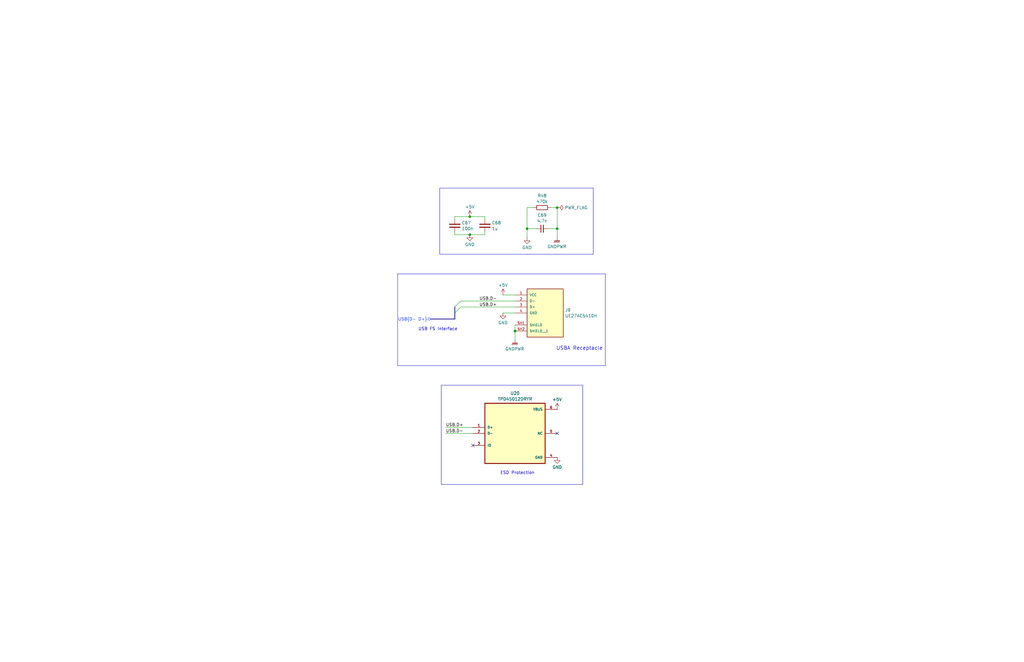
<source format=kicad_sch>
(kicad_sch (version 20231120) (generator "eeschema") (generator_version "8.0")
  (paper "B")
  (title_block (title "Camera Testing Board") (date "2024-10-19") (rev "1") (comment 1 "E. Eidt"))
  (lib_symbols
    (symbol "Device:C_Small" (pin_numbers hide) (pin_names (offset 0.254) hide)
      (property "Reference" "C" (at 0.254 1.778 0))
      (property "Value" "C_Small" (at 0.254 -2.032 0))
      (symbol "C_Small_0_1"
        (polyline (pts (xy -1.524 -0.508) (xy 1.524 -0.508)) (stroke (width 0.3302)))
        (polyline (pts (xy -1.524 0.508) (xy 1.524 0.508)) (stroke (width 0.3048)))
      )
      (symbol "C_Small_1_1"
        (pin passive line (at 0 2.54 270) (length 2.032) (name "~") (number "1"))
        (pin passive line (at 0 -2.54 90) (length 2.032) (name "~") (number "2"))
      )
    )
    (symbol "PCM_SL_Capacitors:104_Ceramic"
      (property "Reference" "C" (at 0 6.35 0))
      (property "Value" "104_Ceramic" (at 0 3.81 0))
      (symbol "104_Ceramic_0_1"
        (rectangle (start -0.762 2.286) (end -0.508 -2.286) (fill (type outline)))
        (rectangle (start 0.508 2.286) (end 0.762 -2.286) (fill (type outline)))
      )
      (symbol "104_Ceramic_1_1"
        (pin passive line (at -2.54 0 0) (length 2) (name "~") (number "1"))
        (pin input line (at 2.54 0 180) (length 2) (name "~") (number "2"))
      )
    )
    (symbol "PCM_SL_Devices:Capacitor_NP"
      (property "Reference" "C" (at 0 6.35 0))
      (property "Value" "Capacitor_NP" (at 0 3.81 0))
      (symbol "Capacitor_NP_0_1"
        (rectangle (start -0.762 2.286) (end -0.508 -2.286) (fill (type outline)))
        (rectangle (start 0.508 2.286) (end 0.762 -2.286) (fill (type outline)))
      )
      (symbol "Capacitor_NP_1_1"
        (pin passive line (at -2.54 0 0) (length 2) (name "~") (number "1"))
        (pin input line (at 2.54 0 180) (length 2) (name "~") (number "2"))
      )
    )
    (symbol "PCM_SL_Resistors:470k"
      (property "Reference" "R" (at 0 5.08 0))
      (property "Value" "470k" (at 0 2.54 0))
      (symbol "470k_0_1"
        (rectangle (start -2.286 0.889) (end 2.286 -0.889) (stroke (width 0.24)))
      )
      (symbol "470k_1_1"
        (pin passive line (at -3.81 0 0) (length 1.5) (name "") (number "1"))
        (pin passive line (at 3.81 0 180) (length 1.5) (name "~") (number "2"))
      )
    )
    (symbol "TPD4S012DRYR:TPD4S012DRYR" (pin_names (offset 1.016))
      (property "Reference" "U" (at -12.7 13.7 0))
      (property "Value" "TPD4S012DRYR" (at -12.7 -16.7 0))
      (symbol "TPD4S012DRYR_0_0"
        (rectangle (start -12.7 -12.7) (end 12.7 12.7) (stroke (width 0.41)) (fill (type background)))
        (pin bidirectional line (at -17.78 2.54 0) (length 5.08) (name "D+") (number "1"))
        (pin bidirectional line (at -17.78 0 0) (length 5.08) (name "D-") (number "2"))
        (pin bidirectional line (at -17.78 -5.08 0) (length 5.08) (name "ID") (number "3"))
        (pin power_in line (at 17.78 -10.16 180) (length 5.08) (name "GND") (number "4"))
        (pin power_in line (at 17.78 10.16 180) (length 5.08) (name "VBUS") (number "6"))
      )
      (symbol "TPD4S012DRYR_1_0"
        (pin passive line (at 17.78 0 180) (length 5.08) (name "NC") (number "5"))
      )
    )
    (symbol "USBA_RCPT:UE27AC5410H" (pin_names (offset 1.016))
      (property "Reference" "J" (at -7.62 8.382 0))
      (property "Value" "UE27AC5410H" (at -7.62 -15.24 0))
      (symbol "UE27AC5410H_0_0"
        (rectangle (start -7.62 -12.7) (end 7.62 7.62) (stroke (width 0.254)) (fill (type background)))
        (pin power_in line (at -12.7 5.08 0) (length 5.08) (name "VCC") (number "1"))
        (pin bidirectional line (at -12.7 2.54 0) (length 5.08) (name "D-") (number "2"))
        (pin bidirectional line (at -12.7 0 0) (length 5.08) (name "D+") (number "3"))
        (pin power_in line (at -12.7 -2.54 0) (length 5.08) (name "GND") (number "4"))
        (pin passive line (at -12.7 -7.62 0) (length 5.08) (name "SHIELD") (number "SH1"))
        (pin passive line (at -12.7 -10.16 0) (length 5.08) (name "SHIELD__1") (number "SH2"))
      )
    )
    (symbol "power:+5V" (power) (pin_numbers hide) (pin_names (offset 0) hide)
      (property "Value" "+5V" (at 0 3.556 0))
      (symbol "+5V_0_1"
        (polyline (pts (xy -0.762 1.27) (xy 0 2.54)))
        (polyline (pts (xy 0 0) (xy 0 2.54)))
        (polyline (pts (xy 0 2.54) (xy 0.762 1.27)))
      )
      (symbol "+5V_1_1"
        (pin power_in line (at 0 0 90) (length 0) (name "~") (number "1"))
      )
    )
    (symbol "power:GND" (power) (pin_numbers hide) (pin_names (offset 0) hide)
      (property "Value" "GND" (at 0 -3.81 0))
      (symbol "GND_0_1"
        (polyline (pts (xy 0 0) (xy 0 -1.27) (xy 1.27 -1.27) (xy 0 -2.54) (xy -1.27 -1.27) (xy 0 -1.27)))
      )
      (symbol "GND_1_1"
        (pin power_in line (at 0 0 270) (length 0) (name "~") (number "1"))
      )
    )
    (symbol "power:GNDPWR" (power) (pin_numbers hide) (pin_names (offset 0) hide)
      (property "Value" "GNDPWR" (at 0 -3.302 0))
      (symbol "GNDPWR_0_1"
        (polyline (pts (xy 0 -1.27) (xy 0 0)))
        (polyline (pts (xy -1.016 -1.27) (xy -1.27 -2.032) (xy -1.27 -2.032)) (stroke (width 0.2032)))
        (polyline (pts (xy -0.508 -1.27) (xy -0.762 -2.032) (xy -0.762 -2.032)) (stroke (width 0.2032)))
        (polyline (pts (xy 0 -1.27) (xy -0.254 -2.032) (xy -0.254 -2.032)) (stroke (width 0.2032)))
        (polyline (pts (xy 0.508 -1.27) (xy 0.254 -2.032) (xy 0.254 -2.032)) (stroke (width 0.2032)))
        (polyline (pts (xy 1.016 -1.27) (xy -1.016 -1.27) (xy -1.016 -1.27)) (stroke (width 0.2032)))
        (polyline (pts (xy 1.016 -1.27) (xy 0.762 -2.032) (xy 0.762 -2.032) (xy 0.762 -2.032)) (stroke (width 0.2032)))
      )
      (symbol "GNDPWR_1_1"
        (pin power_in line (at 0 0 270) (length 0) (name "~") (number "1"))
      )
    )
    (symbol "power:PWR_FLAG" (power) (pin_numbers hide) (pin_names (offset 0) hide)
      (property "Value" "PWR_FLAG" (at 0 3.81 0))
      (symbol "PWR_FLAG_0_0"
        (pin power_out line (at 0 0 90) (length 0) (name "~") (number "1"))
      )
      (symbol "PWR_FLAG_0_1"
        (polyline (pts (xy 0 0) (xy 0 1.27) (xy -1.016 1.905) (xy 0 2.54) (xy 1.016 1.905) (xy 0 1.27)))
      )
    )
  )
  (junction (at 234.95 87.63))
  (junction (at 222.25 96.52))
  (junction (at 198.12 99.06))
  (junction (at 198.12 91.44))
  (junction (at 217.17 139.7))
  (junction (at 234.95 96.52))
  (no_connect (at 234.95 182.88))
  (no_connect (at 199.39 187.96))
  (bus_entry (at 191.77 132.08) (size 2.54 -2.54))
  (bus_entry (at 191.77 129.54) (size 2.54 -2.54))
  (wire (pts (xy 212.09 132.08) (xy 217.17 132.08)))
  (wire (pts (xy 204.47 99.06) (xy 204.47 97.79)))
  (bus (pts (xy 191.77 132.08) (xy 191.77 134.62)))
  (wire (pts (xy 191.77 99.06) (xy 198.12 99.06)))
  (wire (pts (xy 187.96 180.34) (xy 199.39 180.34)))
  (wire (pts (xy 191.77 91.44) (xy 191.77 92.71)))
  (wire (pts (xy 224.79 87.63) (xy 222.25 87.63)))
  (bus (pts (xy 191.77 129.54) (xy 191.77 132.08)))
  (wire (pts (xy 194.31 127) (xy 217.17 127)))
  (wire (pts (xy 198.12 99.06) (xy 204.47 99.06)))
  (wire (pts (xy 204.47 91.44) (xy 204.47 92.71)))
  (wire (pts (xy 234.95 87.63) (xy 232.41 87.63)))
  (wire (pts (xy 187.96 182.88) (xy 199.39 182.88)))
  (wire (pts (xy 234.95 96.52) (xy 234.95 87.63)))
  (wire (pts (xy 217.17 137.16) (xy 217.17 139.7)))
  (wire (pts (xy 234.95 100.33) (xy 234.95 96.52)))
  (wire (pts (xy 191.77 99.06) (xy 191.77 97.79)))
  (wire (pts (xy 222.25 96.52) (xy 222.25 100.33)))
  (wire (pts (xy 231.14 96.52) (xy 234.95 96.52)))
  (wire (pts (xy 222.25 87.63) (xy 222.25 96.52)))
  (bus (pts (xy 191.77 134.62) (xy 181.61 134.62)))
  (wire (pts (xy 217.17 139.7) (xy 217.17 143.51)))
  (wire (pts (xy 198.12 91.44) (xy 204.47 91.44)))
  (wire (pts (xy 194.31 129.54) (xy 217.17 129.54)))
  (wire (pts (xy 212.09 124.46) (xy 217.17 124.46)))
  (wire (pts (xy 222.25 96.52) (xy 226.06 96.52)))
  (wire (pts (xy 191.77 91.44) (xy 198.12 91.44)))
  (rectangle (start 185.42 79.375) (end 250.19 107.315))
  (rectangle (start 186.055 162.56) (end 245.745 204.47))
  (rectangle (start 167.64 115.57) (end 255.27 154.305))
  (text "USB FS Interface" (at 184.658 138.938 0) (effects (font (size 1.27 1.27))))
  (text "ESD Protection" (at 218.186 199.644 0) (effects (font (size 1.27 1.27))))
  (text "USBA Receptacle" (at 244.348 147.066 0) (effects (font (size 1.524 1.524))))
  (label "USB.D-" (at 209.55 127 180))
  (label "USB.D+" (at 209.55 129.54 180))
  (label "USB.D-" (at 187.96 182.88 0))
  (label "USB.D+" (at 187.96 180.34 0))
  (hierarchical_label "USB{D- D+}" (shape bidirectional) (at 181.61 134.62 180))
  (symbol (lib_id "USBA_RCPT:UE27AC5410H") (at 229.87 129.54 0) (unit 1)
    (property "Reference" "J9" (at 238.252 130.8678 0) (effects (justify left)))
    (property "Value" "UE27AC5410H" (at 238.252 133.2921 0) (effects (justify left)))
    (property "Footprint" "USBA_RCPT:AMPHENOL_UE27AC5410H" (effects (hide yes)))
    (property "PARTREV" "G" (effects (hide yes)))
    (property "STANDARD" "Manufacturer Recommendations" (effects (hide yes)))
    (property "MAXIMUM_PACKAGE_HEIGHT" "7.6 mm" (effects (hide yes)))
    (property "MANUFACTURER" "Amphenol" (effects (hide yes)))
  )
  (symbol (lib_id "TPD4S012DRYR:TPD4S012DRYR") (at 217.17 182.88 0) (unit 1)
    (property "Reference" "U20" (at 217.17 165.9575 0))
    (property "Value" "TPD4S012DRYR" (at 217.17 168.3818 0))
    (property "Footprint" "TPD4S012DRYR:PSON50P145X100X60-6N" (effects (hide yes)))
  )
  (symbol (lib_id "PCM_SL_Capacitors:104_Ceramic") (at 191.77 95.25 90) (unit 1)
    (property "Reference" "C67" (at 194.691 94.0378 90) (effects (justify right)))
    (property "Value" "100n" (at 194.691 96.4621 90) (effects (justify right)))
    (property "Footprint" "Capacitor_SMD:C_0603_1608Metric" (effects (hide yes)))
    (property "Description" "100nF Ceramic Capacitor" (effects (hide yes)))
  )
  (symbol (lib_id "power:+5V") (at 234.95 172.72 0) (unit 1)
    (property "Reference" "#PWR0162" (effects (hide yes)))
    (property "Value" "+5V" (at 234.95 168.5869 0))
    (property "Description" "Power symbol creates a global label with name \"+5V\"" (effects (hide yes)))
  )
  (symbol (lib_id "power:+5V") (at 212.09 124.46 0) (unit 1)
    (property "Reference" "#PWR0159" (effects (hide yes)))
    (property "Value" "+5V" (at 212.09 120.3269 0))
    (property "Description" "Power symbol creates a global label with name \"+5V\"" (effects (hide yes)))
  )
  (symbol (lib_id "power:GND") (at 234.95 193.04 0) (unit 1)
    (property "Reference" "#PWR0163" (effects (hide yes)))
    (property "Value" "GND" (at 234.95 197.1731 0))
    (property "Description" "Power symbol creates a global label with name \"GND\" , ground" (effects (hide yes)))
  )
  (symbol (lib_id "power:GND") (at 212.09 132.08 0) (unit 1)
    (property "Reference" "#PWR0160" (effects (hide yes)))
    (property "Value" "GND" (at 212.09 136.2131 0))
    (property "Description" "Power symbol creates a global label with name \"GND\" , ground" (effects (hide yes)))
  )
  (symbol (lib_id "power:+5V") (at 198.12 91.44 0) (unit 1)
    (property "Reference" "#PWR0155" (effects (hide yes)))
    (property "Value" "+5V" (at 198.12 87.3069 0))
    (property "Description" "Power symbol creates a global label with name \"+5V\"" (effects (hide yes)))
  )
  (symbol (lib_id "power:GNDPWR") (at 217.17 143.51 0) (unit 1)
    (property "Reference" "#PWR0161" (effects (hide yes)))
    (property "Value" "GNDPWR" (at 217.043 147.2367 0))
    (property "Description" "Power symbol creates a global label with name \"GNDPWR\" , global ground" (effects (hide yes)))
  )
  (symbol (lib_id "power:GNDPWR") (at 234.95 100.33 0) (unit 1)
    (property "Reference" "#PWR0158" (effects (hide yes)))
    (property "Value" "GNDPWR" (at 234.823 104.0567 0))
    (property "Description" "Power symbol creates a global label with name \"GNDPWR\" , global ground" (effects (hide yes)))
  )
  (symbol (lib_id "power:GND") (at 222.25 100.33 0) (unit 1)
    (property "Reference" "#PWR0157" (effects (hide yes)))
    (property "Value" "GND" (at 222.25 104.4631 0))
    (property "Description" "Power symbol creates a global label with name \"GND\" , ground" (effects (hide yes)))
  )
  (symbol (lib_id "Device:C_Small") (at 228.6 96.52 90) (unit 1)
    (property "Reference" "C69" (at 228.6063 90.8134 90))
    (property "Value" "4.7n" (at 228.6063 93.2377 90))
    (property "Footprint" "Capacitor_SMD:C_0603_1608Metric" (effects (hide yes)))
    (property "Description" "Unpolarized capacitor, small symbol" (effects (hide yes)))
  )
  (symbol (lib_id "PCM_SL_Devices:Capacitor_NP") (at 204.47 95.25 90) (unit 1)
    (property "Reference" "C68" (at 207.391 94.0378 90) (effects (justify right)))
    (property "Value" "1u" (at 207.391 96.4621 90) (effects (justify right)))
    (property "Footprint" "Capacitor_SMD:C_0603_1608Metric" (effects (hide yes)))
    (property "Description" "Unpolarized Capacitor" (effects (hide yes)))
  )
  (symbol (lib_id "power:GND") (at 198.12 99.06 0) (unit 1)
    (property "Reference" "#PWR0156" (effects (hide yes)))
    (property "Value" "GND" (at 198.12 103.1931 0))
    (property "Description" "Power symbol creates a global label with name \"GND\" , ground" (effects (hide yes)))
  )
  (symbol (lib_id "power:PWR_FLAG") (at 234.95 87.63 270) (unit 1)
    (property "Reference" "#FLG05" (effects (hide yes)))
    (property "Value" "PWR_FLAG" (at 238.125 87.63 90) (effects (justify left)))
    (property "Description" "Special symbol for telling ERC where power comes from" (effects (hide yes)))
  )
  (symbol (lib_id "PCM_SL_Resistors:470k") (at 228.6 87.63 0) (unit 1)
    (property "Reference" "R48" (at 228.6 82.6035 0))
    (property "Value" "470k" (at 228.6 85.0278 0))
    (property "Footprint" "Resistor_SMD:R_0603_1608Metric" (effects (hide yes)))
    (property "Description" "470kΩ, 1/4W Resistor" (effects (hide yes)))
  )
)
</source>
